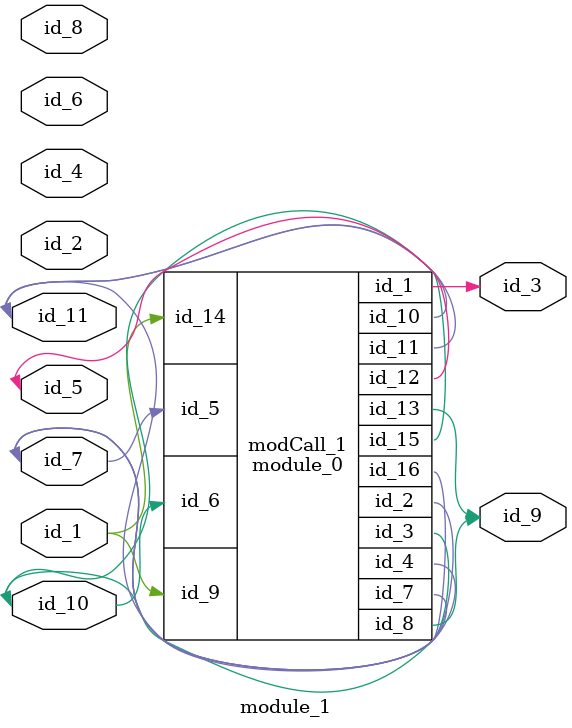
<source format=v>
module module_0 (
    id_1,
    id_2,
    id_3,
    id_4,
    id_5,
    id_6,
    id_7,
    id_8,
    id_9,
    id_10,
    id_11,
    id_12,
    id_13,
    id_14,
    id_15,
    id_16
);
  inout wire id_16;
  output wire id_15;
  input wire id_14;
  output wire id_13;
  inout wire id_12;
  inout wire id_11;
  inout wire id_10;
  input wire id_9;
  output wire id_8;
  inout wire id_7;
  input wire id_6;
  input wire id_5;
  inout wire id_4;
  inout wire id_3;
  output wire id_2;
  output wire id_1;
  assign id_3 = id_4;
  wire id_17, id_18;
  wire id_19;
endmodule
module module_1 (
    id_1,
    id_2,
    id_3,
    id_4,
    id_5,
    id_6,
    id_7,
    id_8,
    id_9,
    id_10,
    id_11
);
  inout wire id_11;
  inout wire id_10;
  output wire id_9;
  input wire id_8;
  inout wire id_7;
  input wire id_6;
  inout wire id_5;
  input wire id_4;
  output wire id_3;
  input wire id_2;
  input wire id_1;
  module_0 modCall_1 (
      id_3,
      id_7,
      id_10,
      id_7,
      id_7,
      id_10,
      id_11,
      id_9,
      id_1,
      id_11,
      id_11,
      id_5,
      id_9,
      id_1,
      id_10,
      id_7
  );
endmodule

</source>
